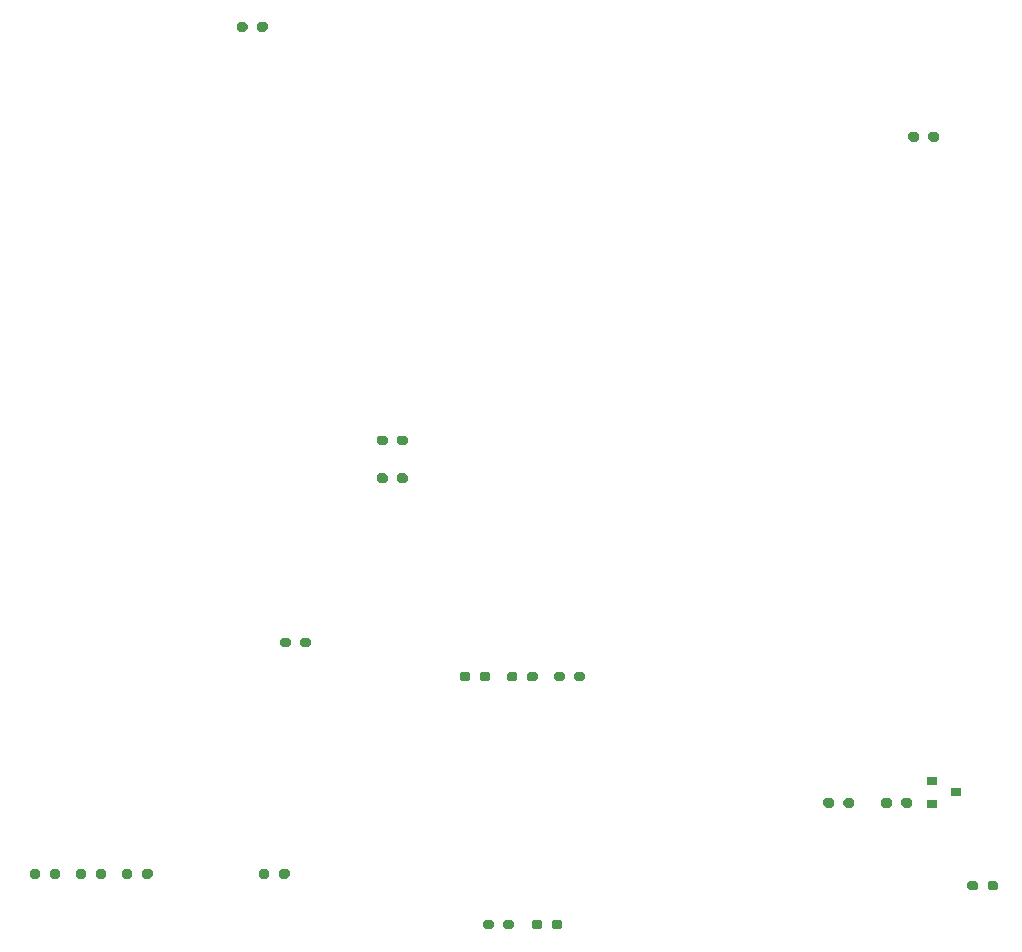
<source format=gtp>
%TF.GenerationSoftware,KiCad,Pcbnew,(5.1.10-1-10_14)*%
%TF.CreationDate,2021-12-01T23:10:12+09:00*%
%TF.ProjectId,EB-ESP32,45422d45-5350-4333-922e-6b696361645f,V1.0*%
%TF.SameCoordinates,Original*%
%TF.FileFunction,Paste,Top*%
%TF.FilePolarity,Positive*%
%FSLAX46Y46*%
G04 Gerber Fmt 4.6, Leading zero omitted, Abs format (unit mm)*
G04 Created by KiCad (PCBNEW (5.1.10-1-10_14)) date 2021-12-01 23:10:12*
%MOMM*%
%LPD*%
G01*
G04 APERTURE LIST*
%ADD10R,0.900000X0.800000*%
G04 APERTURE END LIST*
%TO.C,R14*%
G36*
G01*
X-19300000Y-36900000D02*
X-19300000Y-36500000D01*
G75*
G02*
X-19100000Y-36300000I200000J0D01*
G01*
X-18600000Y-36300000D01*
G75*
G02*
X-18400000Y-36500000I0J-200000D01*
G01*
X-18400000Y-36900000D01*
G75*
G02*
X-18600000Y-37100000I-200000J0D01*
G01*
X-19100000Y-37100000D01*
G75*
G02*
X-19300000Y-36900000I0J200000D01*
G01*
G37*
G36*
G01*
X-17600000Y-36900000D02*
X-17600000Y-36500000D01*
G75*
G02*
X-17400000Y-36300000I200000J0D01*
G01*
X-16900000Y-36300000D01*
G75*
G02*
X-16700000Y-36500000I0J-200000D01*
G01*
X-16700000Y-36900000D01*
G75*
G02*
X-16900000Y-37100000I-200000J0D01*
G01*
X-17400000Y-37100000D01*
G75*
G02*
X-17600000Y-36900000I0J200000D01*
G01*
G37*
%TD*%
%TO.C,R13*%
G36*
G01*
X33400000Y-30900000D02*
X33400000Y-30500000D01*
G75*
G02*
X33600000Y-30300000I200000J0D01*
G01*
X34100000Y-30300000D01*
G75*
G02*
X34300000Y-30500000I0J-200000D01*
G01*
X34300000Y-30900000D01*
G75*
G02*
X34100000Y-31100000I-200000J0D01*
G01*
X33600000Y-31100000D01*
G75*
G02*
X33400000Y-30900000I0J200000D01*
G01*
G37*
G36*
G01*
X35100000Y-30900000D02*
X35100000Y-30500000D01*
G75*
G02*
X35300000Y-30300000I200000J0D01*
G01*
X35800000Y-30300000D01*
G75*
G02*
X36000000Y-30500000I0J-200000D01*
G01*
X36000000Y-30900000D01*
G75*
G02*
X35800000Y-31100000I-200000J0D01*
G01*
X35300000Y-31100000D01*
G75*
G02*
X35100000Y-30900000I0J200000D01*
G01*
G37*
%TD*%
%TO.C,R12*%
G36*
G01*
X28500000Y-30900000D02*
X28500000Y-30500000D01*
G75*
G02*
X28700000Y-30300000I200000J0D01*
G01*
X29200000Y-30300000D01*
G75*
G02*
X29400000Y-30500000I0J-200000D01*
G01*
X29400000Y-30900000D01*
G75*
G02*
X29200000Y-31100000I-200000J0D01*
G01*
X28700000Y-31100000D01*
G75*
G02*
X28500000Y-30900000I0J200000D01*
G01*
G37*
G36*
G01*
X30200000Y-30900000D02*
X30200000Y-30500000D01*
G75*
G02*
X30400000Y-30300000I200000J0D01*
G01*
X30900000Y-30300000D01*
G75*
G02*
X31100000Y-30500000I0J-200000D01*
G01*
X31100000Y-30900000D01*
G75*
G02*
X30900000Y-31100000I-200000J0D01*
G01*
X30400000Y-31100000D01*
G75*
G02*
X30200000Y-30900000I0J200000D01*
G01*
G37*
%TD*%
%TO.C,R11*%
G36*
G01*
X40700000Y-37900000D02*
X40700000Y-37500000D01*
G75*
G02*
X40900000Y-37300000I200000J0D01*
G01*
X41400000Y-37300000D01*
G75*
G02*
X41600000Y-37500000I0J-200000D01*
G01*
X41600000Y-37900000D01*
G75*
G02*
X41400000Y-38100000I-200000J0D01*
G01*
X40900000Y-38100000D01*
G75*
G02*
X40700000Y-37900000I0J200000D01*
G01*
G37*
G36*
G01*
X42400000Y-37900000D02*
X42400000Y-37500000D01*
G75*
G02*
X42600000Y-37300000I200000J0D01*
G01*
X43100000Y-37300000D01*
G75*
G02*
X43300000Y-37500000I0J-200000D01*
G01*
X43300000Y-37900000D01*
G75*
G02*
X43100000Y-38100000I-200000J0D01*
G01*
X42600000Y-38100000D01*
G75*
G02*
X42400000Y-37900000I0J200000D01*
G01*
G37*
%TD*%
%TO.C,R10*%
G36*
G01*
X5700000Y-20200000D02*
X5700000Y-19800000D01*
G75*
G02*
X5900000Y-19600000I200000J0D01*
G01*
X6400000Y-19600000D01*
G75*
G02*
X6600000Y-19800000I0J-200000D01*
G01*
X6600000Y-20200000D01*
G75*
G02*
X6400000Y-20400000I-200000J0D01*
G01*
X5900000Y-20400000D01*
G75*
G02*
X5700000Y-20200000I0J200000D01*
G01*
G37*
G36*
G01*
X7400000Y-20200000D02*
X7400000Y-19800000D01*
G75*
G02*
X7600000Y-19600000I200000J0D01*
G01*
X8100000Y-19600000D01*
G75*
G02*
X8300000Y-19800000I0J-200000D01*
G01*
X8300000Y-20200000D01*
G75*
G02*
X8100000Y-20400000I-200000J0D01*
G01*
X7600000Y-20400000D01*
G75*
G02*
X7400000Y-20200000I0J200000D01*
G01*
G37*
%TD*%
%TO.C,R9*%
G36*
G01*
X1700000Y-20200000D02*
X1700000Y-19800000D01*
G75*
G02*
X1900000Y-19600000I200000J0D01*
G01*
X2400000Y-19600000D01*
G75*
G02*
X2600000Y-19800000I0J-200000D01*
G01*
X2600000Y-20200000D01*
G75*
G02*
X2400000Y-20400000I-200000J0D01*
G01*
X1900000Y-20400000D01*
G75*
G02*
X1700000Y-20200000I0J200000D01*
G01*
G37*
G36*
G01*
X3400000Y-20200000D02*
X3400000Y-19800000D01*
G75*
G02*
X3600000Y-19600000I200000J0D01*
G01*
X4100000Y-19600000D01*
G75*
G02*
X4300000Y-19800000I0J-200000D01*
G01*
X4300000Y-20200000D01*
G75*
G02*
X4100000Y-20400000I-200000J0D01*
G01*
X3600000Y-20400000D01*
G75*
G02*
X3400000Y-20200000I0J200000D01*
G01*
G37*
%TD*%
%TO.C,R8*%
G36*
G01*
X-2300000Y-20200000D02*
X-2300000Y-19800000D01*
G75*
G02*
X-2100000Y-19600000I200000J0D01*
G01*
X-1600000Y-19600000D01*
G75*
G02*
X-1400000Y-19800000I0J-200000D01*
G01*
X-1400000Y-20200000D01*
G75*
G02*
X-1600000Y-20400000I-200000J0D01*
G01*
X-2100000Y-20400000D01*
G75*
G02*
X-2300000Y-20200000I0J200000D01*
G01*
G37*
G36*
G01*
X-600000Y-20200000D02*
X-600000Y-19800000D01*
G75*
G02*
X-400000Y-19600000I200000J0D01*
G01*
X100000Y-19600000D01*
G75*
G02*
X300000Y-19800000I0J-200000D01*
G01*
X300000Y-20200000D01*
G75*
G02*
X100000Y-20400000I-200000J0D01*
G01*
X-400000Y-20400000D01*
G75*
G02*
X-600000Y-20200000I0J200000D01*
G01*
G37*
%TD*%
%TO.C,R7*%
G36*
G01*
X6400000Y-40800000D02*
X6400000Y-41200000D01*
G75*
G02*
X6200000Y-41400000I-200000J0D01*
G01*
X5700000Y-41400000D01*
G75*
G02*
X5500000Y-41200000I0J200000D01*
G01*
X5500000Y-40800000D01*
G75*
G02*
X5700000Y-40600000I200000J0D01*
G01*
X6200000Y-40600000D01*
G75*
G02*
X6400000Y-40800000I0J-200000D01*
G01*
G37*
G36*
G01*
X4700000Y-40800000D02*
X4700000Y-41200000D01*
G75*
G02*
X4500000Y-41400000I-200000J0D01*
G01*
X4000000Y-41400000D01*
G75*
G02*
X3800000Y-41200000I0J200000D01*
G01*
X3800000Y-40800000D01*
G75*
G02*
X4000000Y-40600000I200000J0D01*
G01*
X4500000Y-40600000D01*
G75*
G02*
X4700000Y-40800000I0J-200000D01*
G01*
G37*
%TD*%
%TO.C,R6*%
G36*
G01*
X-300000Y-41200000D02*
X-300000Y-40800000D01*
G75*
G02*
X-100000Y-40600000I200000J0D01*
G01*
X400000Y-40600000D01*
G75*
G02*
X600000Y-40800000I0J-200000D01*
G01*
X600000Y-41200000D01*
G75*
G02*
X400000Y-41400000I-200000J0D01*
G01*
X-100000Y-41400000D01*
G75*
G02*
X-300000Y-41200000I0J200000D01*
G01*
G37*
G36*
G01*
X1400000Y-41200000D02*
X1400000Y-40800000D01*
G75*
G02*
X1600000Y-40600000I200000J0D01*
G01*
X2100000Y-40600000D01*
G75*
G02*
X2300000Y-40800000I0J-200000D01*
G01*
X2300000Y-41200000D01*
G75*
G02*
X2100000Y-41400000I-200000J0D01*
G01*
X1600000Y-41400000D01*
G75*
G02*
X1400000Y-41200000I0J200000D01*
G01*
G37*
%TD*%
%TO.C,R5*%
G36*
G01*
X-17500000Y-17300000D02*
X-17500000Y-16900000D01*
G75*
G02*
X-17300000Y-16700000I200000J0D01*
G01*
X-16800000Y-16700000D01*
G75*
G02*
X-16600000Y-16900000I0J-200000D01*
G01*
X-16600000Y-17300000D01*
G75*
G02*
X-16800000Y-17500000I-200000J0D01*
G01*
X-17300000Y-17500000D01*
G75*
G02*
X-17500000Y-17300000I0J200000D01*
G01*
G37*
G36*
G01*
X-15800000Y-17300000D02*
X-15800000Y-16900000D01*
G75*
G02*
X-15600000Y-16700000I200000J0D01*
G01*
X-15100000Y-16700000D01*
G75*
G02*
X-14900000Y-16900000I0J-200000D01*
G01*
X-14900000Y-17300000D01*
G75*
G02*
X-15100000Y-17500000I-200000J0D01*
G01*
X-15600000Y-17500000D01*
G75*
G02*
X-15800000Y-17300000I0J200000D01*
G01*
G37*
%TD*%
%TO.C,R4*%
G36*
G01*
X35700000Y25500000D02*
X35700000Y25900000D01*
G75*
G02*
X35900000Y26100000I200000J0D01*
G01*
X36400000Y26100000D01*
G75*
G02*
X36600000Y25900000I0J-200000D01*
G01*
X36600000Y25500000D01*
G75*
G02*
X36400000Y25300000I-200000J0D01*
G01*
X35900000Y25300000D01*
G75*
G02*
X35700000Y25500000I0J200000D01*
G01*
G37*
G36*
G01*
X37400000Y25500000D02*
X37400000Y25900000D01*
G75*
G02*
X37600000Y26100000I200000J0D01*
G01*
X38100000Y26100000D01*
G75*
G02*
X38300000Y25900000I0J-200000D01*
G01*
X38300000Y25500000D01*
G75*
G02*
X38100000Y25300000I-200000J0D01*
G01*
X37600000Y25300000D01*
G75*
G02*
X37400000Y25500000I0J200000D01*
G01*
G37*
%TD*%
%TO.C,R3*%
G36*
G01*
X-21150000Y34800000D02*
X-21150000Y35200000D01*
G75*
G02*
X-20950000Y35400000I200000J0D01*
G01*
X-20450000Y35400000D01*
G75*
G02*
X-20250000Y35200000I0J-200000D01*
G01*
X-20250000Y34800000D01*
G75*
G02*
X-20450000Y34600000I-200000J0D01*
G01*
X-20950000Y34600000D01*
G75*
G02*
X-21150000Y34800000I0J200000D01*
G01*
G37*
G36*
G01*
X-19450000Y34800000D02*
X-19450000Y35200000D01*
G75*
G02*
X-19250000Y35400000I200000J0D01*
G01*
X-18750000Y35400000D01*
G75*
G02*
X-18550000Y35200000I0J-200000D01*
G01*
X-18550000Y34800000D01*
G75*
G02*
X-18750000Y34600000I-200000J0D01*
G01*
X-19250000Y34600000D01*
G75*
G02*
X-19450000Y34800000I0J200000D01*
G01*
G37*
%TD*%
%TO.C,R2*%
G36*
G01*
X-9300000Y-3400000D02*
X-9300000Y-3000000D01*
G75*
G02*
X-9100000Y-2800000I200000J0D01*
G01*
X-8600000Y-2800000D01*
G75*
G02*
X-8400000Y-3000000I0J-200000D01*
G01*
X-8400000Y-3400000D01*
G75*
G02*
X-8600000Y-3600000I-200000J0D01*
G01*
X-9100000Y-3600000D01*
G75*
G02*
X-9300000Y-3400000I0J200000D01*
G01*
G37*
G36*
G01*
X-7600000Y-3400000D02*
X-7600000Y-3000000D01*
G75*
G02*
X-7400000Y-2800000I200000J0D01*
G01*
X-6900000Y-2800000D01*
G75*
G02*
X-6700000Y-3000000I0J-200000D01*
G01*
X-6700000Y-3400000D01*
G75*
G02*
X-6900000Y-3600000I-200000J0D01*
G01*
X-7400000Y-3600000D01*
G75*
G02*
X-7600000Y-3400000I0J200000D01*
G01*
G37*
%TD*%
%TO.C,R1*%
G36*
G01*
X-9300000Y-200000D02*
X-9300000Y200000D01*
G75*
G02*
X-9100000Y400000I200000J0D01*
G01*
X-8600000Y400000D01*
G75*
G02*
X-8400000Y200000I0J-200000D01*
G01*
X-8400000Y-200000D01*
G75*
G02*
X-8600000Y-400000I-200000J0D01*
G01*
X-9100000Y-400000D01*
G75*
G02*
X-9300000Y-200000I0J200000D01*
G01*
G37*
G36*
G01*
X-7600000Y-200000D02*
X-7600000Y200000D01*
G75*
G02*
X-7400000Y400000I200000J0D01*
G01*
X-6900000Y400000D01*
G75*
G02*
X-6700000Y200000I0J-200000D01*
G01*
X-6700000Y-200000D01*
G75*
G02*
X-6900000Y-400000I-200000J0D01*
G01*
X-7400000Y-400000D01*
G75*
G02*
X-7600000Y-200000I0J200000D01*
G01*
G37*
%TD*%
D10*
%TO.C,Q2*%
X39700000Y-29800000D03*
X37700000Y-30750000D03*
X37700000Y-28850000D03*
%TD*%
%TO.C,C4*%
G36*
G01*
X-34800000Y-36900000D02*
X-34800000Y-36500000D01*
G75*
G02*
X-34600000Y-36300000I200000J0D01*
G01*
X-34100000Y-36300000D01*
G75*
G02*
X-33900000Y-36500000I0J-200000D01*
G01*
X-33900000Y-36900000D01*
G75*
G02*
X-34100000Y-37100000I-200000J0D01*
G01*
X-34600000Y-37100000D01*
G75*
G02*
X-34800000Y-36900000I0J200000D01*
G01*
G37*
G36*
G01*
X-33100000Y-36900000D02*
X-33100000Y-36500000D01*
G75*
G02*
X-32900000Y-36300000I200000J0D01*
G01*
X-32400000Y-36300000D01*
G75*
G02*
X-32200000Y-36500000I0J-200000D01*
G01*
X-32200000Y-36900000D01*
G75*
G02*
X-32400000Y-37100000I-200000J0D01*
G01*
X-32900000Y-37100000D01*
G75*
G02*
X-33100000Y-36900000I0J200000D01*
G01*
G37*
%TD*%
%TO.C,C3*%
G36*
G01*
X-38700000Y-36900000D02*
X-38700000Y-36500000D01*
G75*
G02*
X-38500000Y-36300000I200000J0D01*
G01*
X-38000000Y-36300000D01*
G75*
G02*
X-37800000Y-36500000I0J-200000D01*
G01*
X-37800000Y-36900000D01*
G75*
G02*
X-38000000Y-37100000I-200000J0D01*
G01*
X-38500000Y-37100000D01*
G75*
G02*
X-38700000Y-36900000I0J200000D01*
G01*
G37*
G36*
G01*
X-37000000Y-36900000D02*
X-37000000Y-36500000D01*
G75*
G02*
X-36800000Y-36300000I200000J0D01*
G01*
X-36300000Y-36300000D01*
G75*
G02*
X-36100000Y-36500000I0J-200000D01*
G01*
X-36100000Y-36900000D01*
G75*
G02*
X-36300000Y-37100000I-200000J0D01*
G01*
X-36800000Y-37100000D01*
G75*
G02*
X-37000000Y-36900000I0J200000D01*
G01*
G37*
%TD*%
%TO.C,C2*%
G36*
G01*
X-30900000Y-36900000D02*
X-30900000Y-36500000D01*
G75*
G02*
X-30700000Y-36300000I200000J0D01*
G01*
X-30200000Y-36300000D01*
G75*
G02*
X-30000000Y-36500000I0J-200000D01*
G01*
X-30000000Y-36900000D01*
G75*
G02*
X-30200000Y-37100000I-200000J0D01*
G01*
X-30700000Y-37100000D01*
G75*
G02*
X-30900000Y-36900000I0J200000D01*
G01*
G37*
G36*
G01*
X-29200000Y-36900000D02*
X-29200000Y-36500000D01*
G75*
G02*
X-29000000Y-36300000I200000J0D01*
G01*
X-28500000Y-36300000D01*
G75*
G02*
X-28300000Y-36500000I0J-200000D01*
G01*
X-28300000Y-36900000D01*
G75*
G02*
X-28500000Y-37100000I-200000J0D01*
G01*
X-29000000Y-37100000D01*
G75*
G02*
X-29200000Y-36900000I0J200000D01*
G01*
G37*
%TD*%
M02*

</source>
